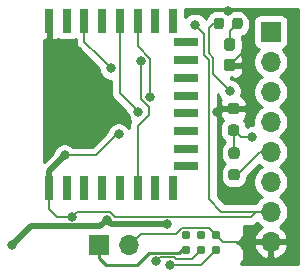
<source format=gbr>
%TF.GenerationSoftware,KiCad,Pcbnew,(5.1.10-1-10_14)*%
%TF.CreationDate,2021-08-31T12:45:11-05:00*%
%TF.ProjectId,wireless_measurement_ard,77697265-6c65-4737-935f-6d6561737572,rev?*%
%TF.SameCoordinates,Original*%
%TF.FileFunction,Copper,L1,Top*%
%TF.FilePolarity,Positive*%
%FSLAX46Y46*%
G04 Gerber Fmt 4.6, Leading zero omitted, Abs format (unit mm)*
G04 Created by KiCad (PCBNEW (5.1.10-1-10_14)) date 2021-08-31 12:45:11*
%MOMM*%
%LPD*%
G01*
G04 APERTURE LIST*
%TA.AperFunction,SMDPad,CuDef*%
%ADD10R,2.000000X0.800000*%
%TD*%
%TA.AperFunction,SMDPad,CuDef*%
%ADD11R,0.800000X2.000000*%
%TD*%
%TA.AperFunction,ConnectorPad*%
%ADD12C,0.787400*%
%TD*%
%TA.AperFunction,ComponentPad*%
%ADD13O,1.700000X1.700000*%
%TD*%
%TA.AperFunction,ComponentPad*%
%ADD14R,1.700000X1.700000*%
%TD*%
%TA.AperFunction,ViaPad*%
%ADD15C,0.800000*%
%TD*%
%TA.AperFunction,Conductor*%
%ADD16C,0.210000*%
%TD*%
%TA.AperFunction,Conductor*%
%ADD17C,0.500000*%
%TD*%
%TA.AperFunction,Conductor*%
%ADD18C,0.250000*%
%TD*%
%TA.AperFunction,Conductor*%
%ADD19C,0.254000*%
%TD*%
%TA.AperFunction,Conductor*%
%ADD20C,0.100000*%
%TD*%
G04 APERTURE END LIST*
D10*
%TO.P,U2,16*%
%TO.N,Net-(U2-Pad16)*%
X129796000Y-78570000D03*
%TO.P,U2,15*%
%TO.N,Net-(U2-Pad15)*%
X129796000Y-80070000D03*
%TO.P,U2,14*%
%TO.N,Net-(U2-Pad14)*%
X129796000Y-81570000D03*
%TO.P,U2,13*%
%TO.N,Net-(U2-Pad13)*%
X129796000Y-83070000D03*
%TO.P,U2,12*%
%TO.N,Net-(U2-Pad12)*%
X129796000Y-84570000D03*
%TO.P,U2,11*%
%TO.N,Net-(U2-Pad11)*%
X129796000Y-86070000D03*
%TO.P,U2,10*%
%TO.N,Net-(U2-Pad10)*%
X129796000Y-87570000D03*
D11*
%TO.P,U2,8*%
%TO.N,Net-(U2-Pad8)*%
X128696000Y-90890000D03*
%TO.P,U2,17*%
%TO.N,Net-(U2-Pad17)*%
X128696000Y-76750000D03*
%TO.P,U2,18*%
%TO.N,Net-(U2-Pad18)*%
X127196000Y-76750000D03*
%TO.P,U2,7*%
%TO.N,Net-(U2-Pad7)*%
X127196000Y-90890000D03*
%TO.P,U2,6*%
%TO.N,STATUS*%
X125696000Y-90890000D03*
%TO.P,U2,19*%
%TO.N,ARD_RX*%
X125696000Y-76750000D03*
%TO.P,U2,20*%
%TO.N,ARD_TX*%
X124196000Y-76750000D03*
%TO.P,U2,5*%
%TO.N,N/C*%
X124196000Y-90890000D03*
%TO.P,U2,4*%
X122696000Y-90890000D03*
%TO.P,U2,21*%
%TO.N,Net-(U2-Pad21)*%
X122696000Y-76750000D03*
%TO.P,U2,22*%
%TO.N,PWRC*%
X121196000Y-76750000D03*
%TO.P,U2,3*%
%TO.N,Net-(U2-Pad3)*%
X121196000Y-90890000D03*
%TO.P,U2,2*%
%TO.N,Net-(U2-Pad2)*%
X119696000Y-90890000D03*
%TO.P,U2,23*%
%TO.N,Net-(U2-Pad23)*%
X119696000Y-76750000D03*
%TO.P,U2,24*%
%TO.N,GND*%
X118196000Y-76750000D03*
D10*
%TO.P,U2,9*%
%TO.N,Net-(U2-Pad9)*%
X129796000Y-89070000D03*
D11*
%TO.P,U2,1*%
%TO.N,+3V3*%
X118196000Y-90890000D03*
%TD*%
%TO.P,R8,2*%
%TO.N,GND*%
%TA.AperFunction,SMDPad,CuDef*%
G36*
G01*
X134044700Y-84663100D02*
X133569700Y-84663100D01*
G75*
G02*
X133332200Y-84425600I0J237500D01*
G01*
X133332200Y-83925600D01*
G75*
G02*
X133569700Y-83688100I237500J0D01*
G01*
X134044700Y-83688100D01*
G75*
G02*
X134282200Y-83925600I0J-237500D01*
G01*
X134282200Y-84425600D01*
G75*
G02*
X134044700Y-84663100I-237500J0D01*
G01*
G37*
%TD.AperFunction*%
%TO.P,R8,1*%
%TO.N,A3*%
%TA.AperFunction,SMDPad,CuDef*%
G36*
G01*
X134044700Y-86488100D02*
X133569700Y-86488100D01*
G75*
G02*
X133332200Y-86250600I0J237500D01*
G01*
X133332200Y-85750600D01*
G75*
G02*
X133569700Y-85513100I237500J0D01*
G01*
X134044700Y-85513100D01*
G75*
G02*
X134282200Y-85750600I0J-237500D01*
G01*
X134282200Y-86250600D01*
G75*
G02*
X134044700Y-86488100I-237500J0D01*
G01*
G37*
%TD.AperFunction*%
%TD*%
%TO.P,R7,2*%
%TO.N,A3*%
%TA.AperFunction,SMDPad,CuDef*%
G36*
G01*
X134095500Y-88424200D02*
X133620500Y-88424200D01*
G75*
G02*
X133383000Y-88186700I0J237500D01*
G01*
X133383000Y-87686700D01*
G75*
G02*
X133620500Y-87449200I237500J0D01*
G01*
X134095500Y-87449200D01*
G75*
G02*
X134333000Y-87686700I0J-237500D01*
G01*
X134333000Y-88186700D01*
G75*
G02*
X134095500Y-88424200I-237500J0D01*
G01*
G37*
%TD.AperFunction*%
%TO.P,R7,1*%
%TO.N,VHIGH*%
%TA.AperFunction,SMDPad,CuDef*%
G36*
G01*
X134095500Y-90249200D02*
X133620500Y-90249200D01*
G75*
G02*
X133383000Y-90011700I0J237500D01*
G01*
X133383000Y-89511700D01*
G75*
G02*
X133620500Y-89274200I237500J0D01*
G01*
X134095500Y-89274200D01*
G75*
G02*
X134333000Y-89511700I0J-237500D01*
G01*
X134333000Y-90011700D01*
G75*
G02*
X134095500Y-90249200I-237500J0D01*
G01*
G37*
%TD.AperFunction*%
%TD*%
D12*
%TO.P,J2,6*%
%TO.N,GND*%
X132334000Y-94869000D03*
%TO.P,J2,5*%
%TO.N,C2D*%
X132334000Y-96139000D03*
%TO.P,J2,4*%
%TO.N,Net-(J2-Pad4)*%
X131064000Y-94869000D03*
%TO.P,J2,3*%
%TO.N,C2CK*%
X131064000Y-96139000D03*
%TO.P,J2,2*%
%TO.N,Net-(J2-Pad2)*%
X129794000Y-94869000D03*
%TO.P,J2,1*%
%TO.N,BATT*%
X129794000Y-96139000D03*
%TD*%
D13*
%TO.P,J1,8*%
%TO.N,GND*%
X136956800Y-95453200D03*
%TO.P,J1,7*%
%TO.N,+3V3*%
X136956800Y-92913200D03*
%TO.P,J1,6*%
%TO.N,A4*%
X136956800Y-90373200D03*
%TO.P,J1,5*%
%TO.N,VHIGH*%
X136956800Y-87833200D03*
%TO.P,J1,4*%
%TO.N,A2*%
X136956800Y-85293200D03*
%TO.P,J1,3*%
%TO.N,A1*%
X136956800Y-82753200D03*
%TO.P,J1,2*%
%TO.N,C1_OUT*%
X136956800Y-80213200D03*
D14*
%TO.P,J1,1*%
%TO.N,C1_IN*%
X136956800Y-77673200D03*
%TD*%
D13*
%TO.P,Battery1,2*%
%TO.N,GND*%
X124968000Y-95758000D03*
D14*
%TO.P,Battery1,1*%
%TO.N,BATT*%
X122428000Y-95758000D03*
%TD*%
%TO.P,D1,1*%
%TO.N,Net-(D1-Pad1)*%
%TA.AperFunction,SMDPad,CuDef*%
G36*
G01*
X134575000Y-76705750D02*
X134575000Y-77218250D01*
G75*
G02*
X134356250Y-77437000I-218750J0D01*
G01*
X133918750Y-77437000D01*
G75*
G02*
X133700000Y-77218250I0J218750D01*
G01*
X133700000Y-76705750D01*
G75*
G02*
X133918750Y-76487000I218750J0D01*
G01*
X134356250Y-76487000D01*
G75*
G02*
X134575000Y-76705750I0J-218750D01*
G01*
G37*
%TD.AperFunction*%
%TO.P,D1,2*%
%TO.N,LED*%
%TA.AperFunction,SMDPad,CuDef*%
G36*
G01*
X133000000Y-76705750D02*
X133000000Y-77218250D01*
G75*
G02*
X132781250Y-77437000I-218750J0D01*
G01*
X132343750Y-77437000D01*
G75*
G02*
X132125000Y-77218250I0J218750D01*
G01*
X132125000Y-76705750D01*
G75*
G02*
X132343750Y-76487000I218750J0D01*
G01*
X132781250Y-76487000D01*
G75*
G02*
X133000000Y-76705750I0J-218750D01*
G01*
G37*
%TD.AperFunction*%
%TD*%
%TO.P,R3,1*%
%TO.N,Net-(D1-Pad1)*%
%TA.AperFunction,SMDPad,CuDef*%
G36*
G01*
X133239500Y-78215000D02*
X133714500Y-78215000D01*
G75*
G02*
X133952000Y-78452500I0J-237500D01*
G01*
X133952000Y-79027500D01*
G75*
G02*
X133714500Y-79265000I-237500J0D01*
G01*
X133239500Y-79265000D01*
G75*
G02*
X133002000Y-79027500I0J237500D01*
G01*
X133002000Y-78452500D01*
G75*
G02*
X133239500Y-78215000I237500J0D01*
G01*
G37*
%TD.AperFunction*%
%TO.P,R3,2*%
%TO.N,GND*%
%TA.AperFunction,SMDPad,CuDef*%
G36*
G01*
X133239500Y-79965000D02*
X133714500Y-79965000D01*
G75*
G02*
X133952000Y-80202500I0J-237500D01*
G01*
X133952000Y-80777500D01*
G75*
G02*
X133714500Y-81015000I-237500J0D01*
G01*
X133239500Y-81015000D01*
G75*
G02*
X133002000Y-80777500I0J237500D01*
G01*
X133002000Y-80202500D01*
G75*
G02*
X133239500Y-79965000I237500J0D01*
G01*
G37*
%TD.AperFunction*%
%TD*%
D15*
%TO.N,GND*%
X121412000Y-84074000D03*
X124714000Y-84909000D03*
X132374991Y-84455000D03*
X133349976Y-75946000D03*
%TO.N,A3*%
X135382000Y-86614000D03*
%TO.N,+3V3*%
X130556000Y-77089000D03*
X119507000Y-88138000D03*
X124079000Y-86360000D03*
X120142000Y-93345000D03*
%TO.N,ARD_RX*%
X126746000Y-83185010D03*
%TO.N,PWRC*%
X123444000Y-80772000D03*
%TO.N,ARD_TX*%
X125755774Y-84429226D03*
%TO.N,VIN*%
X115062000Y-95758000D03*
X128143000Y-93980010D03*
X123063000Y-93599000D03*
%TO.N,STATUS*%
X125984000Y-80136990D03*
%TO.N,C2D*%
X128437642Y-97388021D03*
%TO.N,C2CK*%
X127248771Y-97054980D03*
%TO.N,LED*%
X133476996Y-82677000D03*
%TD*%
D16*
%TO.N,GND*%
X122247000Y-84909000D02*
X121412000Y-84074000D01*
X124714000Y-84909000D02*
X122247000Y-84909000D01*
X132918200Y-95453200D02*
X136956800Y-95453200D01*
X132334000Y-94869000D02*
X132918200Y-95453200D01*
X131705299Y-94240299D02*
X132334000Y-94869000D01*
X129492223Y-94240299D02*
X131705299Y-94240299D01*
X128958823Y-94773699D02*
X129492223Y-94240299D01*
X125952301Y-94773699D02*
X128958823Y-94773699D01*
X124968000Y-95758000D02*
X125952301Y-94773699D01*
X133807200Y-84175600D02*
X132613400Y-84175600D01*
X132374991Y-84414009D02*
X132374991Y-84455000D01*
X132613400Y-84175600D02*
X132374991Y-84414009D01*
X133458001Y-76054025D02*
X133349976Y-75946000D01*
X135382000Y-78585000D02*
X133477000Y-80490000D01*
X135382000Y-76835000D02*
X135382000Y-78585000D01*
X134493000Y-75946000D02*
X135382000Y-76835000D01*
X133349976Y-75946000D02*
X134493000Y-75946000D01*
%TO.N,A3*%
X134420600Y-86614000D02*
X133807200Y-86000600D01*
X135382000Y-86614000D02*
X134420600Y-86614000D01*
X133858000Y-86051400D02*
X133807200Y-86000600D01*
X133858000Y-87936700D02*
X133858000Y-86051400D01*
D17*
%TO.N,+3V3*%
X118196000Y-89449000D02*
X119507000Y-88138000D01*
X118196000Y-90890000D02*
X118196000Y-89449000D01*
D16*
X119507000Y-88138000D02*
X122174000Y-88138000D01*
X123952000Y-86360000D02*
X124079000Y-86360000D01*
X122174000Y-88138000D02*
X123952000Y-86360000D01*
X118872000Y-93345000D02*
X120142000Y-93345000D01*
X118196000Y-92669000D02*
X118872000Y-93345000D01*
X118196000Y-90890000D02*
X118196000Y-92669000D01*
X136956800Y-92913200D02*
X135754719Y-92913200D01*
X135754719Y-92913200D02*
X135322919Y-93345000D01*
X120541999Y-92945001D02*
X120142000Y-93345000D01*
X123348803Y-92945001D02*
X120541999Y-92945001D01*
X135322919Y-93345000D02*
X123748802Y-93345000D01*
X123748802Y-93345000D02*
X123348803Y-92945001D01*
X131739989Y-80023837D02*
X131315791Y-79599639D01*
X131739991Y-91861991D02*
X131739989Y-80023837D01*
X132791200Y-92913200D02*
X131739991Y-91861991D01*
X131315791Y-79599639D02*
X131315791Y-77848791D01*
X136956800Y-92913200D02*
X132791200Y-92913200D01*
X131315791Y-77848791D02*
X130556000Y-77089000D01*
%TO.N,ARD_RX*%
X126712000Y-82008000D02*
X126746000Y-82042000D01*
X126746000Y-82042000D02*
X126746000Y-83185010D01*
X125696000Y-76750000D02*
X125696000Y-78909188D01*
X125696000Y-78909188D02*
X126746000Y-79959188D01*
X126746000Y-79959188D02*
X126746000Y-83185010D01*
%TO.N,PWRC*%
X121196000Y-76750000D02*
X121196000Y-78524000D01*
X121196000Y-78524000D02*
X122428000Y-79756000D01*
X122428000Y-79756000D02*
X122262800Y-79590800D01*
X123444000Y-80772000D02*
X122428000Y-79756000D01*
%TO.N,ARD_TX*%
X124196000Y-76750000D02*
X124196000Y-82869450D01*
X125355775Y-84029227D02*
X125755774Y-84429226D01*
X124196000Y-82869450D02*
X125355775Y-84029227D01*
D17*
%TO.N,VIN*%
X115062000Y-95758000D02*
X116694998Y-94125002D01*
X116694998Y-94125002D02*
X122536998Y-94125002D01*
X122536998Y-94125002D02*
X123063000Y-93599000D01*
X128143000Y-93980010D02*
X123444010Y-93980010D01*
X123444010Y-93980010D02*
X123063000Y-93599000D01*
D16*
%TO.N,STATUS*%
X126619000Y-84023196D02*
X125984000Y-83388196D01*
X126619000Y-84709000D02*
X126619000Y-84023196D01*
X125696000Y-85632000D02*
X126619000Y-84709000D01*
X125984000Y-83388196D02*
X125984000Y-80136990D01*
X125696000Y-90890000D02*
X125696000Y-85632000D01*
%TO.N,C2D*%
X131084979Y-97388021D02*
X128437642Y-97388021D01*
X132334000Y-96139000D02*
X131084979Y-97388021D01*
%TO.N,C2CK*%
X128807823Y-96753011D02*
X127550740Y-96753011D01*
X128955812Y-96901000D02*
X128807823Y-96753011D01*
X127550740Y-96753011D02*
X127248771Y-97054980D01*
X130302000Y-96901000D02*
X128955812Y-96901000D01*
X131064000Y-96139000D02*
X130302000Y-96901000D01*
%TO.N,Net-(D1-Pad1)*%
X133477000Y-77622500D02*
X134137500Y-76962000D01*
X133477000Y-78740000D02*
X133477000Y-77622500D01*
D18*
%TO.N,BATT*%
X129413000Y-96139000D02*
X129794000Y-96139000D01*
X129159000Y-96393000D02*
X129413000Y-96139000D01*
X122979000Y-97409000D02*
X125649598Y-97409000D01*
X126665598Y-96393000D02*
X129159000Y-96393000D01*
X125649598Y-97409000D02*
X126665598Y-96393000D01*
X122428000Y-96858000D02*
X122979000Y-97409000D01*
X122428000Y-95758000D02*
X122428000Y-96858000D01*
D16*
%TO.N,LED*%
X132080000Y-81280004D02*
X133476996Y-82677000D01*
X132562500Y-76962000D02*
X132125000Y-76962000D01*
X132080000Y-79883000D02*
X132080000Y-81280004D01*
X131699000Y-79502000D02*
X132080000Y-79883000D01*
X131699000Y-77388000D02*
X131699000Y-79502000D01*
X132125000Y-76962000D02*
X131699000Y-77388000D01*
%TO.N,VHIGH*%
X133858000Y-89761700D02*
X134139300Y-89761700D01*
X136067800Y-87833200D02*
X136956800Y-87833200D01*
X134139300Y-89761700D02*
X136067800Y-87833200D01*
%TD*%
D19*
%TO.N,GND*%
X139290001Y-97290000D02*
X134432485Y-97290000D01*
X134481961Y-97240524D01*
X134605659Y-97055398D01*
X134690863Y-96849696D01*
X134734300Y-96631325D01*
X134734300Y-96408675D01*
X134690863Y-96190304D01*
X134605659Y-95984602D01*
X134489054Y-95810090D01*
X135515324Y-95810090D01*
X135559975Y-95957299D01*
X135685159Y-96220120D01*
X135859212Y-96453469D01*
X136075445Y-96648378D01*
X136325548Y-96797357D01*
X136599909Y-96894681D01*
X136829800Y-96774014D01*
X136829800Y-95580200D01*
X137083800Y-95580200D01*
X137083800Y-96774014D01*
X137313691Y-96894681D01*
X137588052Y-96797357D01*
X137838155Y-96648378D01*
X138054388Y-96453469D01*
X138228441Y-96220120D01*
X138353625Y-95957299D01*
X138398276Y-95810090D01*
X138276955Y-95580200D01*
X137083800Y-95580200D01*
X136829800Y-95580200D01*
X135636645Y-95580200D01*
X135515324Y-95810090D01*
X134489054Y-95810090D01*
X134481961Y-95799476D01*
X134324524Y-95642039D01*
X134139398Y-95518341D01*
X134104776Y-95504000D01*
X134139398Y-95489659D01*
X134324524Y-95365961D01*
X134481961Y-95208524D01*
X134605659Y-95023398D01*
X134690863Y-94817696D01*
X134734300Y-94599325D01*
X134734300Y-94376675D01*
X134690863Y-94158304D01*
X134660500Y-94085000D01*
X135286579Y-94085000D01*
X135322919Y-94088579D01*
X135359259Y-94085000D01*
X135359266Y-94085000D01*
X135467984Y-94074292D01*
X135607475Y-94031978D01*
X135736030Y-93963264D01*
X135829801Y-93886308D01*
X136010168Y-94066675D01*
X136192334Y-94188395D01*
X136075445Y-94258022D01*
X135859212Y-94452931D01*
X135685159Y-94686280D01*
X135559975Y-94949101D01*
X135515324Y-95096310D01*
X135636645Y-95326200D01*
X136829800Y-95326200D01*
X136829800Y-95306200D01*
X137083800Y-95306200D01*
X137083800Y-95326200D01*
X138276955Y-95326200D01*
X138398276Y-95096310D01*
X138353625Y-94949101D01*
X138228441Y-94686280D01*
X138054388Y-94452931D01*
X137838155Y-94258022D01*
X137721266Y-94188395D01*
X137903432Y-94066675D01*
X138110275Y-93859832D01*
X138272790Y-93616611D01*
X138384732Y-93346358D01*
X138441800Y-93059460D01*
X138441800Y-92766940D01*
X138384732Y-92480042D01*
X138272790Y-92209789D01*
X138110275Y-91966568D01*
X137903432Y-91759725D01*
X137729040Y-91643200D01*
X137903432Y-91526675D01*
X138110275Y-91319832D01*
X138272790Y-91076611D01*
X138384732Y-90806358D01*
X138441800Y-90519460D01*
X138441800Y-90226940D01*
X138384732Y-89940042D01*
X138272790Y-89669789D01*
X138110275Y-89426568D01*
X137903432Y-89219725D01*
X137729040Y-89103200D01*
X137903432Y-88986675D01*
X138110275Y-88779832D01*
X138272790Y-88536611D01*
X138384732Y-88266358D01*
X138441800Y-87979460D01*
X138441800Y-87686940D01*
X138384732Y-87400042D01*
X138272790Y-87129789D01*
X138110275Y-86886568D01*
X137903432Y-86679725D01*
X137729040Y-86563200D01*
X137903432Y-86446675D01*
X138110275Y-86239832D01*
X138272790Y-85996611D01*
X138384732Y-85726358D01*
X138441800Y-85439460D01*
X138441800Y-85146940D01*
X138384732Y-84860042D01*
X138272790Y-84589789D01*
X138110275Y-84346568D01*
X137903432Y-84139725D01*
X137729040Y-84023200D01*
X137903432Y-83906675D01*
X138110275Y-83699832D01*
X138272790Y-83456611D01*
X138384732Y-83186358D01*
X138441800Y-82899460D01*
X138441800Y-82606940D01*
X138384732Y-82320042D01*
X138272790Y-82049789D01*
X138110275Y-81806568D01*
X137903432Y-81599725D01*
X137729040Y-81483200D01*
X137903432Y-81366675D01*
X138110275Y-81159832D01*
X138272790Y-80916611D01*
X138384732Y-80646358D01*
X138441800Y-80359460D01*
X138441800Y-80066940D01*
X138384732Y-79780042D01*
X138272790Y-79509789D01*
X138110275Y-79266568D01*
X137978420Y-79134713D01*
X138050980Y-79112702D01*
X138161294Y-79053737D01*
X138257985Y-78974385D01*
X138337337Y-78877694D01*
X138396302Y-78767380D01*
X138432612Y-78647682D01*
X138444872Y-78523200D01*
X138444872Y-76823200D01*
X138432612Y-76698718D01*
X138396302Y-76579020D01*
X138337337Y-76468706D01*
X138257985Y-76372015D01*
X138161294Y-76292663D01*
X138050980Y-76233698D01*
X137931282Y-76197388D01*
X137806800Y-76185128D01*
X136106800Y-76185128D01*
X135982318Y-76197388D01*
X135862620Y-76233698D01*
X135752306Y-76292663D01*
X135655615Y-76372015D01*
X135576263Y-76468706D01*
X135517298Y-76579020D01*
X135480988Y-76698718D01*
X135468728Y-76823200D01*
X135468728Y-78523200D01*
X135480988Y-78647682D01*
X135517298Y-78767380D01*
X135576263Y-78877694D01*
X135655615Y-78974385D01*
X135752306Y-79053737D01*
X135862620Y-79112702D01*
X135935180Y-79134713D01*
X135803325Y-79266568D01*
X135640810Y-79509789D01*
X135528868Y-79780042D01*
X135471800Y-80066940D01*
X135471800Y-80359460D01*
X135528868Y-80646358D01*
X135640810Y-80916611D01*
X135803325Y-81159832D01*
X136010168Y-81366675D01*
X136184560Y-81483200D01*
X136010168Y-81599725D01*
X135803325Y-81806568D01*
X135640810Y-82049789D01*
X135528868Y-82320042D01*
X135471800Y-82606940D01*
X135471800Y-82899460D01*
X135528868Y-83186358D01*
X135640810Y-83456611D01*
X135803325Y-83699832D01*
X136010168Y-83906675D01*
X136184560Y-84023200D01*
X136010168Y-84139725D01*
X135803325Y-84346568D01*
X135640810Y-84589789D01*
X135528868Y-84860042D01*
X135471800Y-85146940D01*
X135471800Y-85439460D01*
X135500200Y-85582234D01*
X135483939Y-85579000D01*
X135280061Y-85579000D01*
X135080102Y-85618774D01*
X134914062Y-85687550D01*
X134903448Y-85579784D01*
X134853623Y-85415533D01*
X134772712Y-85264158D01*
X134683388Y-85155317D01*
X134733385Y-85114285D01*
X134812737Y-85017594D01*
X134871702Y-84907280D01*
X134908012Y-84787582D01*
X134920272Y-84663100D01*
X134917200Y-84461350D01*
X134758450Y-84302600D01*
X133934200Y-84302600D01*
X133934200Y-84322600D01*
X133680200Y-84322600D01*
X133680200Y-84302600D01*
X132855950Y-84302600D01*
X132697200Y-84461350D01*
X132694128Y-84663100D01*
X132706388Y-84787582D01*
X132742698Y-84907280D01*
X132801663Y-85017594D01*
X132881015Y-85114285D01*
X132931012Y-85155317D01*
X132841688Y-85264158D01*
X132760777Y-85415533D01*
X132710952Y-85579784D01*
X132694128Y-85750600D01*
X132694128Y-86250600D01*
X132710952Y-86421416D01*
X132760777Y-86585667D01*
X132841688Y-86737042D01*
X132950577Y-86869723D01*
X133083258Y-86978612D01*
X133099320Y-86987197D01*
X133001377Y-87067577D01*
X132892488Y-87200258D01*
X132811577Y-87351633D01*
X132761752Y-87515884D01*
X132744928Y-87686700D01*
X132744928Y-88186700D01*
X132761752Y-88357516D01*
X132811577Y-88521767D01*
X132892488Y-88673142D01*
X133001377Y-88805823D01*
X133054232Y-88849200D01*
X133001377Y-88892577D01*
X132892488Y-89025258D01*
X132811577Y-89176633D01*
X132761752Y-89340884D01*
X132744928Y-89511700D01*
X132744928Y-90011700D01*
X132761752Y-90182516D01*
X132811577Y-90346767D01*
X132892488Y-90498142D01*
X133001377Y-90630823D01*
X133134058Y-90739712D01*
X133285433Y-90820623D01*
X133449684Y-90870448D01*
X133620500Y-90887272D01*
X134095500Y-90887272D01*
X134266316Y-90870448D01*
X134430567Y-90820623D01*
X134581942Y-90739712D01*
X134714623Y-90630823D01*
X134823512Y-90498142D01*
X134904423Y-90346767D01*
X134954248Y-90182516D01*
X134971072Y-90011700D01*
X134971072Y-89976445D01*
X135985505Y-88962012D01*
X136010168Y-88986675D01*
X136184560Y-89103200D01*
X136010168Y-89219725D01*
X135803325Y-89426568D01*
X135640810Y-89669789D01*
X135528868Y-89940042D01*
X135471800Y-90226940D01*
X135471800Y-90519460D01*
X135528868Y-90806358D01*
X135640810Y-91076611D01*
X135803325Y-91319832D01*
X136010168Y-91526675D01*
X136184560Y-91643200D01*
X136010168Y-91759725D01*
X135803325Y-91966568D01*
X135665258Y-92173200D01*
X133097718Y-92173200D01*
X132479991Y-91555474D01*
X132479989Y-82969943D01*
X132481770Y-82978898D01*
X132559791Y-83167256D01*
X132673059Y-83336774D01*
X132755763Y-83419478D01*
X132742698Y-83443920D01*
X132706388Y-83563618D01*
X132694128Y-83688100D01*
X132697200Y-83889850D01*
X132855950Y-84048600D01*
X133680200Y-84048600D01*
X133680200Y-84028600D01*
X133934200Y-84028600D01*
X133934200Y-84048600D01*
X134758450Y-84048600D01*
X134917200Y-83889850D01*
X134920272Y-83688100D01*
X134908012Y-83563618D01*
X134871702Y-83443920D01*
X134812737Y-83333606D01*
X134733385Y-83236915D01*
X134636694Y-83157563D01*
X134526380Y-83098598D01*
X134434220Y-83070642D01*
X134472222Y-82978898D01*
X134511996Y-82778939D01*
X134511996Y-82575061D01*
X134472222Y-82375102D01*
X134394201Y-82186744D01*
X134280933Y-82017226D01*
X134136770Y-81873063D01*
X133967252Y-81759795D01*
X133778894Y-81681774D01*
X133604002Y-81646986D01*
X133604002Y-81491252D01*
X133762750Y-81650000D01*
X133952000Y-81653072D01*
X134076482Y-81640812D01*
X134196180Y-81604502D01*
X134306494Y-81545537D01*
X134403185Y-81466185D01*
X134482537Y-81369494D01*
X134541502Y-81259180D01*
X134577812Y-81139482D01*
X134590072Y-81015000D01*
X134587000Y-80775750D01*
X134428250Y-80617000D01*
X133604000Y-80617000D01*
X133604000Y-80637000D01*
X133350000Y-80637000D01*
X133350000Y-80617000D01*
X133330000Y-80617000D01*
X133330000Y-80363000D01*
X133350000Y-80363000D01*
X133350000Y-80343000D01*
X133604000Y-80343000D01*
X133604000Y-80363000D01*
X134428250Y-80363000D01*
X134587000Y-80204250D01*
X134590072Y-79965000D01*
X134577812Y-79840518D01*
X134541502Y-79720820D01*
X134482537Y-79610506D01*
X134422901Y-79537839D01*
X134442512Y-79513942D01*
X134523423Y-79362567D01*
X134573248Y-79198316D01*
X134590072Y-79027500D01*
X134590072Y-78452500D01*
X134573248Y-78281684D01*
X134523423Y-78117433D01*
X134493552Y-78061549D01*
X134523408Y-78058608D01*
X134684142Y-78009850D01*
X134832275Y-77930671D01*
X134962115Y-77824115D01*
X135068671Y-77694275D01*
X135147850Y-77546142D01*
X135196608Y-77385408D01*
X135213072Y-77218250D01*
X135213072Y-76705750D01*
X135196608Y-76538592D01*
X135147850Y-76377858D01*
X135068671Y-76229725D01*
X134962115Y-76099885D01*
X134832275Y-75993329D01*
X134684142Y-75914150D01*
X134523408Y-75865392D01*
X134356250Y-75848928D01*
X133918750Y-75848928D01*
X133751592Y-75865392D01*
X133590858Y-75914150D01*
X133442725Y-75993329D01*
X133350000Y-76069426D01*
X133257275Y-75993329D01*
X133109142Y-75914150D01*
X132948408Y-75865392D01*
X132781250Y-75848928D01*
X132343750Y-75848928D01*
X132176592Y-75865392D01*
X132015858Y-75914150D01*
X131867725Y-75993329D01*
X131737885Y-76099885D01*
X131631329Y-76229725D01*
X131552150Y-76377858D01*
X131504046Y-76536437D01*
X131460602Y-76579881D01*
X131359937Y-76429226D01*
X131215774Y-76285063D01*
X131046256Y-76171795D01*
X130857898Y-76093774D01*
X130657939Y-76054000D01*
X130454061Y-76054000D01*
X130254102Y-76093774D01*
X130065744Y-76171795D01*
X129896226Y-76285063D01*
X129752063Y-76429226D01*
X129734072Y-76456152D01*
X129734072Y-75750000D01*
X129730132Y-75710000D01*
X139290000Y-75710000D01*
X139290001Y-97290000D01*
%TA.AperFunction,Conductor*%
D20*
G36*
X139290001Y-97290000D02*
G01*
X134432485Y-97290000D01*
X134481961Y-97240524D01*
X134605659Y-97055398D01*
X134690863Y-96849696D01*
X134734300Y-96631325D01*
X134734300Y-96408675D01*
X134690863Y-96190304D01*
X134605659Y-95984602D01*
X134489054Y-95810090D01*
X135515324Y-95810090D01*
X135559975Y-95957299D01*
X135685159Y-96220120D01*
X135859212Y-96453469D01*
X136075445Y-96648378D01*
X136325548Y-96797357D01*
X136599909Y-96894681D01*
X136829800Y-96774014D01*
X136829800Y-95580200D01*
X137083800Y-95580200D01*
X137083800Y-96774014D01*
X137313691Y-96894681D01*
X137588052Y-96797357D01*
X137838155Y-96648378D01*
X138054388Y-96453469D01*
X138228441Y-96220120D01*
X138353625Y-95957299D01*
X138398276Y-95810090D01*
X138276955Y-95580200D01*
X137083800Y-95580200D01*
X136829800Y-95580200D01*
X135636645Y-95580200D01*
X135515324Y-95810090D01*
X134489054Y-95810090D01*
X134481961Y-95799476D01*
X134324524Y-95642039D01*
X134139398Y-95518341D01*
X134104776Y-95504000D01*
X134139398Y-95489659D01*
X134324524Y-95365961D01*
X134481961Y-95208524D01*
X134605659Y-95023398D01*
X134690863Y-94817696D01*
X134734300Y-94599325D01*
X134734300Y-94376675D01*
X134690863Y-94158304D01*
X134660500Y-94085000D01*
X135286579Y-94085000D01*
X135322919Y-94088579D01*
X135359259Y-94085000D01*
X135359266Y-94085000D01*
X135467984Y-94074292D01*
X135607475Y-94031978D01*
X135736030Y-93963264D01*
X135829801Y-93886308D01*
X136010168Y-94066675D01*
X136192334Y-94188395D01*
X136075445Y-94258022D01*
X135859212Y-94452931D01*
X135685159Y-94686280D01*
X135559975Y-94949101D01*
X135515324Y-95096310D01*
X135636645Y-95326200D01*
X136829800Y-95326200D01*
X136829800Y-95306200D01*
X137083800Y-95306200D01*
X137083800Y-95326200D01*
X138276955Y-95326200D01*
X138398276Y-95096310D01*
X138353625Y-94949101D01*
X138228441Y-94686280D01*
X138054388Y-94452931D01*
X137838155Y-94258022D01*
X137721266Y-94188395D01*
X137903432Y-94066675D01*
X138110275Y-93859832D01*
X138272790Y-93616611D01*
X138384732Y-93346358D01*
X138441800Y-93059460D01*
X138441800Y-92766940D01*
X138384732Y-92480042D01*
X138272790Y-92209789D01*
X138110275Y-91966568D01*
X137903432Y-91759725D01*
X137729040Y-91643200D01*
X137903432Y-91526675D01*
X138110275Y-91319832D01*
X138272790Y-91076611D01*
X138384732Y-90806358D01*
X138441800Y-90519460D01*
X138441800Y-90226940D01*
X138384732Y-89940042D01*
X138272790Y-89669789D01*
X138110275Y-89426568D01*
X137903432Y-89219725D01*
X137729040Y-89103200D01*
X137903432Y-88986675D01*
X138110275Y-88779832D01*
X138272790Y-88536611D01*
X138384732Y-88266358D01*
X138441800Y-87979460D01*
X138441800Y-87686940D01*
X138384732Y-87400042D01*
X138272790Y-87129789D01*
X138110275Y-86886568D01*
X137903432Y-86679725D01*
X137729040Y-86563200D01*
X137903432Y-86446675D01*
X138110275Y-86239832D01*
X138272790Y-85996611D01*
X138384732Y-85726358D01*
X138441800Y-85439460D01*
X138441800Y-85146940D01*
X138384732Y-84860042D01*
X138272790Y-84589789D01*
X138110275Y-84346568D01*
X137903432Y-84139725D01*
X137729040Y-84023200D01*
X137903432Y-83906675D01*
X138110275Y-83699832D01*
X138272790Y-83456611D01*
X138384732Y-83186358D01*
X138441800Y-82899460D01*
X138441800Y-82606940D01*
X138384732Y-82320042D01*
X138272790Y-82049789D01*
X138110275Y-81806568D01*
X137903432Y-81599725D01*
X137729040Y-81483200D01*
X137903432Y-81366675D01*
X138110275Y-81159832D01*
X138272790Y-80916611D01*
X138384732Y-80646358D01*
X138441800Y-80359460D01*
X138441800Y-80066940D01*
X138384732Y-79780042D01*
X138272790Y-79509789D01*
X138110275Y-79266568D01*
X137978420Y-79134713D01*
X138050980Y-79112702D01*
X138161294Y-79053737D01*
X138257985Y-78974385D01*
X138337337Y-78877694D01*
X138396302Y-78767380D01*
X138432612Y-78647682D01*
X138444872Y-78523200D01*
X138444872Y-76823200D01*
X138432612Y-76698718D01*
X138396302Y-76579020D01*
X138337337Y-76468706D01*
X138257985Y-76372015D01*
X138161294Y-76292663D01*
X138050980Y-76233698D01*
X137931282Y-76197388D01*
X137806800Y-76185128D01*
X136106800Y-76185128D01*
X135982318Y-76197388D01*
X135862620Y-76233698D01*
X135752306Y-76292663D01*
X135655615Y-76372015D01*
X135576263Y-76468706D01*
X135517298Y-76579020D01*
X135480988Y-76698718D01*
X135468728Y-76823200D01*
X135468728Y-78523200D01*
X135480988Y-78647682D01*
X135517298Y-78767380D01*
X135576263Y-78877694D01*
X135655615Y-78974385D01*
X135752306Y-79053737D01*
X135862620Y-79112702D01*
X135935180Y-79134713D01*
X135803325Y-79266568D01*
X135640810Y-79509789D01*
X135528868Y-79780042D01*
X135471800Y-80066940D01*
X135471800Y-80359460D01*
X135528868Y-80646358D01*
X135640810Y-80916611D01*
X135803325Y-81159832D01*
X136010168Y-81366675D01*
X136184560Y-81483200D01*
X136010168Y-81599725D01*
X135803325Y-81806568D01*
X135640810Y-82049789D01*
X135528868Y-82320042D01*
X135471800Y-82606940D01*
X135471800Y-82899460D01*
X135528868Y-83186358D01*
X135640810Y-83456611D01*
X135803325Y-83699832D01*
X136010168Y-83906675D01*
X136184560Y-84023200D01*
X136010168Y-84139725D01*
X135803325Y-84346568D01*
X135640810Y-84589789D01*
X135528868Y-84860042D01*
X135471800Y-85146940D01*
X135471800Y-85439460D01*
X135500200Y-85582234D01*
X135483939Y-85579000D01*
X135280061Y-85579000D01*
X135080102Y-85618774D01*
X134914062Y-85687550D01*
X134903448Y-85579784D01*
X134853623Y-85415533D01*
X134772712Y-85264158D01*
X134683388Y-85155317D01*
X134733385Y-85114285D01*
X134812737Y-85017594D01*
X134871702Y-84907280D01*
X134908012Y-84787582D01*
X134920272Y-84663100D01*
X134917200Y-84461350D01*
X134758450Y-84302600D01*
X133934200Y-84302600D01*
X133934200Y-84322600D01*
X133680200Y-84322600D01*
X133680200Y-84302600D01*
X132855950Y-84302600D01*
X132697200Y-84461350D01*
X132694128Y-84663100D01*
X132706388Y-84787582D01*
X132742698Y-84907280D01*
X132801663Y-85017594D01*
X132881015Y-85114285D01*
X132931012Y-85155317D01*
X132841688Y-85264158D01*
X132760777Y-85415533D01*
X132710952Y-85579784D01*
X132694128Y-85750600D01*
X132694128Y-86250600D01*
X132710952Y-86421416D01*
X132760777Y-86585667D01*
X132841688Y-86737042D01*
X132950577Y-86869723D01*
X133083258Y-86978612D01*
X133099320Y-86987197D01*
X133001377Y-87067577D01*
X132892488Y-87200258D01*
X132811577Y-87351633D01*
X132761752Y-87515884D01*
X132744928Y-87686700D01*
X132744928Y-88186700D01*
X132761752Y-88357516D01*
X132811577Y-88521767D01*
X132892488Y-88673142D01*
X133001377Y-88805823D01*
X133054232Y-88849200D01*
X133001377Y-88892577D01*
X132892488Y-89025258D01*
X132811577Y-89176633D01*
X132761752Y-89340884D01*
X132744928Y-89511700D01*
X132744928Y-90011700D01*
X132761752Y-90182516D01*
X132811577Y-90346767D01*
X132892488Y-90498142D01*
X133001377Y-90630823D01*
X133134058Y-90739712D01*
X133285433Y-90820623D01*
X133449684Y-90870448D01*
X133620500Y-90887272D01*
X134095500Y-90887272D01*
X134266316Y-90870448D01*
X134430567Y-90820623D01*
X134581942Y-90739712D01*
X134714623Y-90630823D01*
X134823512Y-90498142D01*
X134904423Y-90346767D01*
X134954248Y-90182516D01*
X134971072Y-90011700D01*
X134971072Y-89976445D01*
X135985505Y-88962012D01*
X136010168Y-88986675D01*
X136184560Y-89103200D01*
X136010168Y-89219725D01*
X135803325Y-89426568D01*
X135640810Y-89669789D01*
X135528868Y-89940042D01*
X135471800Y-90226940D01*
X135471800Y-90519460D01*
X135528868Y-90806358D01*
X135640810Y-91076611D01*
X135803325Y-91319832D01*
X136010168Y-91526675D01*
X136184560Y-91643200D01*
X136010168Y-91759725D01*
X135803325Y-91966568D01*
X135665258Y-92173200D01*
X133097718Y-92173200D01*
X132479991Y-91555474D01*
X132479989Y-82969943D01*
X132481770Y-82978898D01*
X132559791Y-83167256D01*
X132673059Y-83336774D01*
X132755763Y-83419478D01*
X132742698Y-83443920D01*
X132706388Y-83563618D01*
X132694128Y-83688100D01*
X132697200Y-83889850D01*
X132855950Y-84048600D01*
X133680200Y-84048600D01*
X133680200Y-84028600D01*
X133934200Y-84028600D01*
X133934200Y-84048600D01*
X134758450Y-84048600D01*
X134917200Y-83889850D01*
X134920272Y-83688100D01*
X134908012Y-83563618D01*
X134871702Y-83443920D01*
X134812737Y-83333606D01*
X134733385Y-83236915D01*
X134636694Y-83157563D01*
X134526380Y-83098598D01*
X134434220Y-83070642D01*
X134472222Y-82978898D01*
X134511996Y-82778939D01*
X134511996Y-82575061D01*
X134472222Y-82375102D01*
X134394201Y-82186744D01*
X134280933Y-82017226D01*
X134136770Y-81873063D01*
X133967252Y-81759795D01*
X133778894Y-81681774D01*
X133604002Y-81646986D01*
X133604002Y-81491252D01*
X133762750Y-81650000D01*
X133952000Y-81653072D01*
X134076482Y-81640812D01*
X134196180Y-81604502D01*
X134306494Y-81545537D01*
X134403185Y-81466185D01*
X134482537Y-81369494D01*
X134541502Y-81259180D01*
X134577812Y-81139482D01*
X134590072Y-81015000D01*
X134587000Y-80775750D01*
X134428250Y-80617000D01*
X133604000Y-80617000D01*
X133604000Y-80637000D01*
X133350000Y-80637000D01*
X133350000Y-80617000D01*
X133330000Y-80617000D01*
X133330000Y-80363000D01*
X133350000Y-80363000D01*
X133350000Y-80343000D01*
X133604000Y-80343000D01*
X133604000Y-80363000D01*
X134428250Y-80363000D01*
X134587000Y-80204250D01*
X134590072Y-79965000D01*
X134577812Y-79840518D01*
X134541502Y-79720820D01*
X134482537Y-79610506D01*
X134422901Y-79537839D01*
X134442512Y-79513942D01*
X134523423Y-79362567D01*
X134573248Y-79198316D01*
X134590072Y-79027500D01*
X134590072Y-78452500D01*
X134573248Y-78281684D01*
X134523423Y-78117433D01*
X134493552Y-78061549D01*
X134523408Y-78058608D01*
X134684142Y-78009850D01*
X134832275Y-77930671D01*
X134962115Y-77824115D01*
X135068671Y-77694275D01*
X135147850Y-77546142D01*
X135196608Y-77385408D01*
X135213072Y-77218250D01*
X135213072Y-76705750D01*
X135196608Y-76538592D01*
X135147850Y-76377858D01*
X135068671Y-76229725D01*
X134962115Y-76099885D01*
X134832275Y-75993329D01*
X134684142Y-75914150D01*
X134523408Y-75865392D01*
X134356250Y-75848928D01*
X133918750Y-75848928D01*
X133751592Y-75865392D01*
X133590858Y-75914150D01*
X133442725Y-75993329D01*
X133350000Y-76069426D01*
X133257275Y-75993329D01*
X133109142Y-75914150D01*
X132948408Y-75865392D01*
X132781250Y-75848928D01*
X132343750Y-75848928D01*
X132176592Y-75865392D01*
X132015858Y-75914150D01*
X131867725Y-75993329D01*
X131737885Y-76099885D01*
X131631329Y-76229725D01*
X131552150Y-76377858D01*
X131504046Y-76536437D01*
X131460602Y-76579881D01*
X131359937Y-76429226D01*
X131215774Y-76285063D01*
X131046256Y-76171795D01*
X130857898Y-76093774D01*
X130657939Y-76054000D01*
X130454061Y-76054000D01*
X130254102Y-76093774D01*
X130065744Y-76171795D01*
X129896226Y-76285063D01*
X129752063Y-76429226D01*
X129734072Y-76456152D01*
X129734072Y-75750000D01*
X129730132Y-75710000D01*
X139290000Y-75710000D01*
X139290001Y-97290000D01*
G37*
%TD.AperFunction*%
D19*
X125095000Y-95631000D02*
X125115000Y-95631000D01*
X125115000Y-95885000D01*
X125095000Y-95885000D01*
X125095000Y-95905000D01*
X124841000Y-95905000D01*
X124841000Y-95885000D01*
X124821000Y-95885000D01*
X124821000Y-95631000D01*
X124841000Y-95631000D01*
X124841000Y-95611000D01*
X125095000Y-95611000D01*
X125095000Y-95631000D01*
%TA.AperFunction,Conductor*%
D20*
G36*
X125095000Y-95631000D02*
G01*
X125115000Y-95631000D01*
X125115000Y-95885000D01*
X125095000Y-95885000D01*
X125095000Y-95905000D01*
X124841000Y-95905000D01*
X124841000Y-95885000D01*
X124821000Y-95885000D01*
X124821000Y-95631000D01*
X124841000Y-95631000D01*
X124841000Y-95611000D01*
X125095000Y-95611000D01*
X125095000Y-95631000D01*
G37*
%TD.AperFunction*%
D19*
X132527748Y-94854858D02*
X132513605Y-94869000D01*
X132527748Y-94883143D01*
X132348143Y-95062748D01*
X132334000Y-95048605D01*
X132319858Y-95062748D01*
X132140253Y-94883143D01*
X132154395Y-94869000D01*
X132140253Y-94854858D01*
X132319858Y-94675253D01*
X132334000Y-94689395D01*
X132348143Y-94675253D01*
X132527748Y-94854858D01*
%TA.AperFunction,Conductor*%
D20*
G36*
X132527748Y-94854858D02*
G01*
X132513605Y-94869000D01*
X132527748Y-94883143D01*
X132348143Y-95062748D01*
X132334000Y-95048605D01*
X132319858Y-95062748D01*
X132140253Y-94883143D01*
X132154395Y-94869000D01*
X132140253Y-94854858D01*
X132319858Y-94675253D01*
X132334000Y-94689395D01*
X132348143Y-94675253D01*
X132527748Y-94854858D01*
G37*
%TD.AperFunction*%
D19*
X118323000Y-76623000D02*
X118343000Y-76623000D01*
X118343000Y-76877000D01*
X118323000Y-76877000D01*
X118323000Y-78226250D01*
X118481750Y-78385000D01*
X118596000Y-78388072D01*
X118720482Y-78375812D01*
X118840180Y-78339502D01*
X118946000Y-78282939D01*
X119051820Y-78339502D01*
X119171518Y-78375812D01*
X119296000Y-78388072D01*
X120096000Y-78388072D01*
X120220482Y-78375812D01*
X120340180Y-78339502D01*
X120446000Y-78282939D01*
X120456001Y-78288285D01*
X120456001Y-78487650D01*
X120452421Y-78524000D01*
X120466708Y-78669065D01*
X120509022Y-78808555D01*
X120509023Y-78808556D01*
X120577737Y-78937111D01*
X120590810Y-78953040D01*
X120647040Y-79021557D01*
X120647043Y-79021560D01*
X120670211Y-79049790D01*
X120698440Y-79072958D01*
X121930442Y-80304960D01*
X121930447Y-80304964D01*
X122409000Y-80783517D01*
X122409000Y-80873939D01*
X122448774Y-81073898D01*
X122526795Y-81262256D01*
X122640063Y-81431774D01*
X122784226Y-81575937D01*
X122953744Y-81689205D01*
X123142102Y-81767226D01*
X123342061Y-81807000D01*
X123456001Y-81807000D01*
X123456001Y-82833100D01*
X123452421Y-82869450D01*
X123466708Y-83014514D01*
X123509022Y-83154004D01*
X123577736Y-83282560D01*
X123647040Y-83367007D01*
X123647043Y-83367010D01*
X123670211Y-83395240D01*
X123698440Y-83418407D01*
X124720774Y-84440744D01*
X124720774Y-84531165D01*
X124760548Y-84731124D01*
X124838569Y-84919482D01*
X124951837Y-85089000D01*
X125079535Y-85216698D01*
X125077737Y-85218889D01*
X125041008Y-85287604D01*
X125009022Y-85347445D01*
X124966708Y-85486935D01*
X124952421Y-85632000D01*
X124956001Y-85668350D01*
X124956001Y-85809574D01*
X124882937Y-85700226D01*
X124738774Y-85556063D01*
X124569256Y-85442795D01*
X124380898Y-85364774D01*
X124180939Y-85325000D01*
X123977061Y-85325000D01*
X123777102Y-85364774D01*
X123588744Y-85442795D01*
X123419226Y-85556063D01*
X123275063Y-85700226D01*
X123161795Y-85869744D01*
X123083774Y-86058102D01*
X123053083Y-86212400D01*
X121867483Y-87398000D01*
X120230711Y-87398000D01*
X120166774Y-87334063D01*
X119997256Y-87220795D01*
X119808898Y-87142774D01*
X119608939Y-87103000D01*
X119405061Y-87103000D01*
X119205102Y-87142774D01*
X119016744Y-87220795D01*
X118847226Y-87334063D01*
X118703063Y-87478226D01*
X118589795Y-87647744D01*
X118511774Y-87836102D01*
X118500465Y-87892956D01*
X117729000Y-88664422D01*
X117729000Y-78381473D01*
X117796000Y-78388072D01*
X117910250Y-78385000D01*
X118069000Y-78226250D01*
X118069000Y-76877000D01*
X118049000Y-76877000D01*
X118049000Y-76623000D01*
X118069000Y-76623000D01*
X118069000Y-76603000D01*
X118323000Y-76603000D01*
X118323000Y-76623000D01*
%TA.AperFunction,Conductor*%
D20*
G36*
X118323000Y-76623000D02*
G01*
X118343000Y-76623000D01*
X118343000Y-76877000D01*
X118323000Y-76877000D01*
X118323000Y-78226250D01*
X118481750Y-78385000D01*
X118596000Y-78388072D01*
X118720482Y-78375812D01*
X118840180Y-78339502D01*
X118946000Y-78282939D01*
X119051820Y-78339502D01*
X119171518Y-78375812D01*
X119296000Y-78388072D01*
X120096000Y-78388072D01*
X120220482Y-78375812D01*
X120340180Y-78339502D01*
X120446000Y-78282939D01*
X120456001Y-78288285D01*
X120456001Y-78487650D01*
X120452421Y-78524000D01*
X120466708Y-78669065D01*
X120509022Y-78808555D01*
X120509023Y-78808556D01*
X120577737Y-78937111D01*
X120590810Y-78953040D01*
X120647040Y-79021557D01*
X120647043Y-79021560D01*
X120670211Y-79049790D01*
X120698440Y-79072958D01*
X121930442Y-80304960D01*
X121930447Y-80304964D01*
X122409000Y-80783517D01*
X122409000Y-80873939D01*
X122448774Y-81073898D01*
X122526795Y-81262256D01*
X122640063Y-81431774D01*
X122784226Y-81575937D01*
X122953744Y-81689205D01*
X123142102Y-81767226D01*
X123342061Y-81807000D01*
X123456001Y-81807000D01*
X123456001Y-82833100D01*
X123452421Y-82869450D01*
X123466708Y-83014514D01*
X123509022Y-83154004D01*
X123577736Y-83282560D01*
X123647040Y-83367007D01*
X123647043Y-83367010D01*
X123670211Y-83395240D01*
X123698440Y-83418407D01*
X124720774Y-84440744D01*
X124720774Y-84531165D01*
X124760548Y-84731124D01*
X124838569Y-84919482D01*
X124951837Y-85089000D01*
X125079535Y-85216698D01*
X125077737Y-85218889D01*
X125041008Y-85287604D01*
X125009022Y-85347445D01*
X124966708Y-85486935D01*
X124952421Y-85632000D01*
X124956001Y-85668350D01*
X124956001Y-85809574D01*
X124882937Y-85700226D01*
X124738774Y-85556063D01*
X124569256Y-85442795D01*
X124380898Y-85364774D01*
X124180939Y-85325000D01*
X123977061Y-85325000D01*
X123777102Y-85364774D01*
X123588744Y-85442795D01*
X123419226Y-85556063D01*
X123275063Y-85700226D01*
X123161795Y-85869744D01*
X123083774Y-86058102D01*
X123053083Y-86212400D01*
X121867483Y-87398000D01*
X120230711Y-87398000D01*
X120166774Y-87334063D01*
X119997256Y-87220795D01*
X119808898Y-87142774D01*
X119608939Y-87103000D01*
X119405061Y-87103000D01*
X119205102Y-87142774D01*
X119016744Y-87220795D01*
X118847226Y-87334063D01*
X118703063Y-87478226D01*
X118589795Y-87647744D01*
X118511774Y-87836102D01*
X118500465Y-87892956D01*
X117729000Y-88664422D01*
X117729000Y-78381473D01*
X117796000Y-78388072D01*
X117910250Y-78385000D01*
X118069000Y-78226250D01*
X118069000Y-76877000D01*
X118049000Y-76877000D01*
X118049000Y-76623000D01*
X118069000Y-76623000D01*
X118069000Y-76603000D01*
X118323000Y-76603000D01*
X118323000Y-76623000D01*
G37*
%TD.AperFunction*%
%TD*%
M02*

</source>
